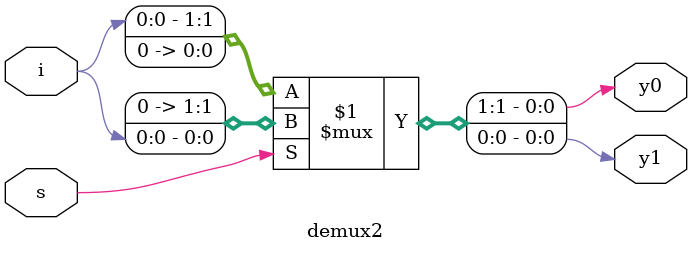
<source format=v>
`timescale 1ns / 1ps
module demux2(i,s,y0,y1
    );

input i,s;
output y0,y1;
assign{y0,y1}=s?{1'b0,i}:{i,1'b0};

/*gate level
module demux(i,s,y0,y1);
input i,s;
output y0,y1;
wire w1;
not n1(w1,s);
and a1(y0,w1,i);
and a2(y1,i,s);
endmodule
*/
/*behavioural
module demux(i,s,y0,y1);
input i,s;
output[1:0]y;
reg [1:0]y;
always@(s,i)
begin
y[0]=i;
y[1]=0;
end
else
begin
y[1]=i;
y[0]=0;
end
end
endmodule

*/


endmodule

</source>
